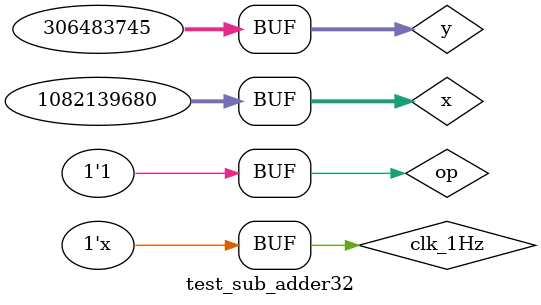
<source format=v>
`timescale 1ns/100ps
module test_sub_adder32();
    reg clk_1Hz;
	reg [31:0] x;//±»¼ÓÊý
    reg [31:0] y;//¼ÓÊý
    reg op;//ÔËËãÀàÐÍ 0£º+£¬1£º-
    wire [31:0] z;//ºÍ
    wire overflow;//Òç³ö±êÖ¾ 0£ºÕý³£ 1£ºÒç³ö
    
    sub_adder32 u0(x,y,op,z,overflow);
    always #50 clk_1Hz = ~clk_1Hz ;
    initial
    begin
    clk_1Hz=0;
	x=32'b00000100000100000001000100000100;y=32'b00000000100010000000010001000001;op = 0; 
	#100;
	x=32'b01000000100000000010010000100000;y=32'b00010010010001001001001000100001;
	#100;
	x=32'b00000100000100000001000100000100;y=32'b00000000100010000000010001000001;op = 1;
	#100;
	x=32'b01000000100000000010010000100000;y=32'b00010010010001001001001000100001;
	end
endmodule

</source>
